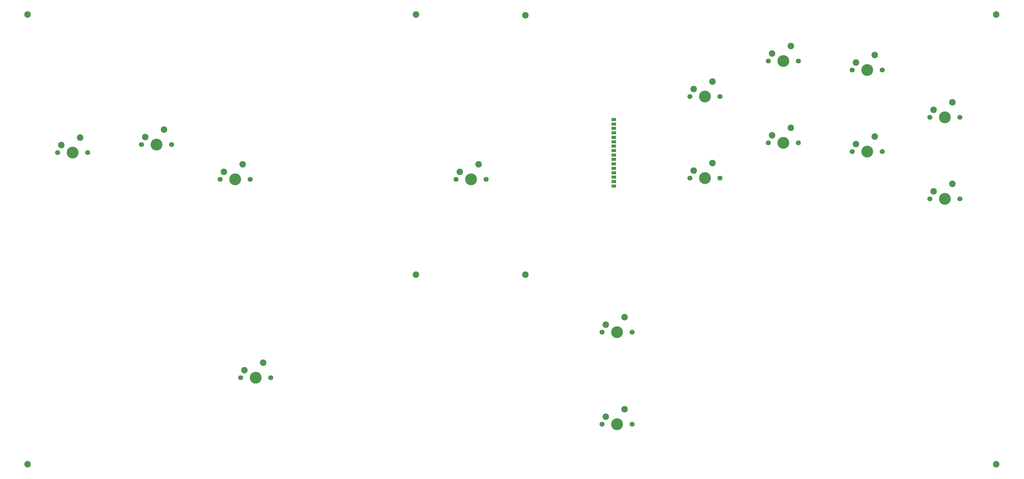
<source format=gbr>
%TF.GenerationSoftware,KiCad,Pcbnew,7.0.5*%
%TF.CreationDate,2023-07-28T19:17:22-07:00*%
%TF.ProjectId,BrookHitbox,42726f6f-6b48-4697-9462-6f782e6b6963,rev?*%
%TF.SameCoordinates,Original*%
%TF.FileFunction,Soldermask,Bot*%
%TF.FilePolarity,Negative*%
%FSLAX46Y46*%
G04 Gerber Fmt 4.6, Leading zero omitted, Abs format (unit mm)*
G04 Created by KiCad (PCBNEW 7.0.5) date 2023-07-28 19:17:22*
%MOMM*%
%LPD*%
G01*
G04 APERTURE LIST*
%ADD10C,2.200000*%
%ADD11C,1.700000*%
%ADD12C,4.000000*%
%ADD13R,1.500000X1.000000*%
G04 APERTURE END LIST*
D10*
%TO.C,H1*%
X50750000Y-223500000D03*
%TD*%
D11*
%TO.C,SW_TRIANGLE1*%
X301160000Y-87021000D03*
D12*
X306240000Y-87021000D03*
D11*
X311320000Y-87021000D03*
D10*
X308780000Y-81941000D03*
X302430000Y-84481000D03*
%TD*%
D11*
%TO.C,SW_PSXBOX1*%
X244940000Y-209921000D03*
D12*
X250020000Y-209921000D03*
D11*
X255100000Y-209921000D03*
D10*
X252560000Y-204841000D03*
X246210000Y-207381000D03*
%TD*%
D11*
%TO.C,SW_SELECT1*%
X244940000Y-178736000D03*
D12*
X250020000Y-178736000D03*
D11*
X255100000Y-178736000D03*
D10*
X252560000Y-173656000D03*
X246210000Y-176196000D03*
%TD*%
D11*
%TO.C,SW_SQUARE1*%
X274642000Y-99017000D03*
D12*
X279722000Y-99017000D03*
D11*
X284802000Y-99017000D03*
D10*
X282262000Y-93937000D03*
X275912000Y-96477000D03*
%TD*%
%TO.C,H2*%
X50750000Y-71250000D03*
%TD*%
D11*
%TO.C,SW_R1*%
X329515000Y-89996000D03*
D12*
X334595000Y-89996000D03*
D11*
X339675000Y-89996000D03*
D10*
X337135000Y-84916000D03*
X330785000Y-87456000D03*
%TD*%
%TO.C,H8*%
X219000000Y-71500000D03*
%TD*%
D11*
%TO.C,SW_CIRCLE1*%
X301160000Y-114631000D03*
D12*
X306240000Y-114631000D03*
D11*
X311320000Y-114631000D03*
D10*
X308780000Y-109551000D03*
X302430000Y-112091000D03*
%TD*%
D11*
%TO.C,SW_DOWN1*%
X89276000Y-115237000D03*
D12*
X94356000Y-115237000D03*
D11*
X99436000Y-115237000D03*
D10*
X96896000Y-110157000D03*
X90546000Y-112697000D03*
%TD*%
%TO.C,H7*%
X219000000Y-159250000D03*
%TD*%
D11*
%TO.C,SW_L2*%
X355738000Y-133642000D03*
D12*
X360818000Y-133642000D03*
D11*
X365898000Y-133642000D03*
D10*
X363358000Y-128562000D03*
X357008000Y-131102000D03*
%TD*%
D11*
%TO.C,SW_RIGHT1*%
X115848000Y-127000000D03*
D12*
X120928000Y-127000000D03*
D11*
X126008000Y-127000000D03*
D10*
X123468000Y-121920000D03*
X117118000Y-124460000D03*
%TD*%
D11*
%TO.C,SW_LEFT1*%
X60920000Y-117963000D03*
D12*
X66000000Y-117963000D03*
D11*
X71080000Y-117963000D03*
D10*
X68540000Y-112883000D03*
X62190000Y-115423000D03*
%TD*%
D11*
%TO.C,SW_START1*%
X195580000Y-127000000D03*
D12*
X200660000Y-127000000D03*
D11*
X205740000Y-127000000D03*
D10*
X203200000Y-121920000D03*
X196850000Y-124460000D03*
%TD*%
%TO.C,H6*%
X182000000Y-71250000D03*
%TD*%
D11*
%TO.C,SW_R2*%
X329515000Y-117606000D03*
D12*
X334595000Y-117606000D03*
D11*
X339675000Y-117606000D03*
D10*
X337135000Y-112526000D03*
X330785000Y-115066000D03*
%TD*%
D11*
%TO.C,SW_X1*%
X274642000Y-126626000D03*
D12*
X279722000Y-126626000D03*
D11*
X284802000Y-126626000D03*
D10*
X282262000Y-121546000D03*
X275912000Y-124086000D03*
%TD*%
%TO.C,H4*%
X378250000Y-71250000D03*
%TD*%
D13*
%TO.C,BrookConnection1*%
X248920000Y-106800000D03*
X248920000Y-108300000D03*
X248920000Y-109800000D03*
X248920000Y-111300000D03*
X248920000Y-112800000D03*
X248920000Y-114300000D03*
X248920000Y-115800000D03*
X248920000Y-117300000D03*
X248920000Y-118800000D03*
X248920000Y-120300000D03*
X248920000Y-121800000D03*
X248920000Y-123300000D03*
X248920000Y-124800000D03*
X248920000Y-126300000D03*
X248920000Y-127800000D03*
X248920000Y-129300000D03*
%TD*%
D10*
%TO.C,H3*%
X378250000Y-223500000D03*
%TD*%
%TO.C,H5*%
X182000000Y-159250000D03*
%TD*%
D11*
%TO.C,SW_L1*%
X355738000Y-106032000D03*
D12*
X360818000Y-106032000D03*
D11*
X365898000Y-106032000D03*
D10*
X363358000Y-100952000D03*
X357008000Y-103492000D03*
%TD*%
D11*
%TO.C,SW_UP1*%
X122807000Y-194151000D03*
D12*
X127887000Y-194151000D03*
D11*
X132967000Y-194151000D03*
D10*
X130427000Y-189071000D03*
X124077000Y-191611000D03*
%TD*%
M02*

</source>
